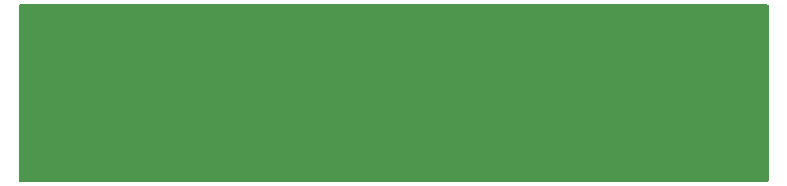
<source format=gbr>
%TF.GenerationSoftware,KiCad,Pcbnew,8.0.7*%
%TF.CreationDate,2025-01-11T19:26:11+10:30*%
%TF.ProjectId,pcb,7063622e-6b69-4636-9164-5f7063625858,1.0*%
%TF.SameCoordinates,PX1ffc7a0PYe2f9780*%
%TF.FileFunction,Other,User*%
%FSLAX46Y46*%
G04 Gerber Fmt 4.6, Leading zero omitted, Abs format (unit mm)*
G04 Created by KiCad (PCBNEW 8.0.7) date 2025-01-11 19:26:11*
%MOMM*%
%LPD*%
G01*
G04 APERTURE LIST*
G04 APERTURE END LIST*
G36*
X298443039Y169980315D02*
G01*
X298488794Y169927511D01*
X298500000Y169876000D01*
X298500000Y155124000D01*
X298480315Y155056961D01*
X298427511Y155011206D01*
X298376000Y155000000D01*
X235124000Y155000000D01*
X235056961Y155019685D01*
X235011206Y155072489D01*
X235000000Y155124000D01*
X235000000Y169876000D01*
X235019685Y169943039D01*
X235072489Y169988794D01*
X235124000Y170000000D01*
X298376000Y170000000D01*
X298443039Y169980315D01*
G37*
M02*

</source>
